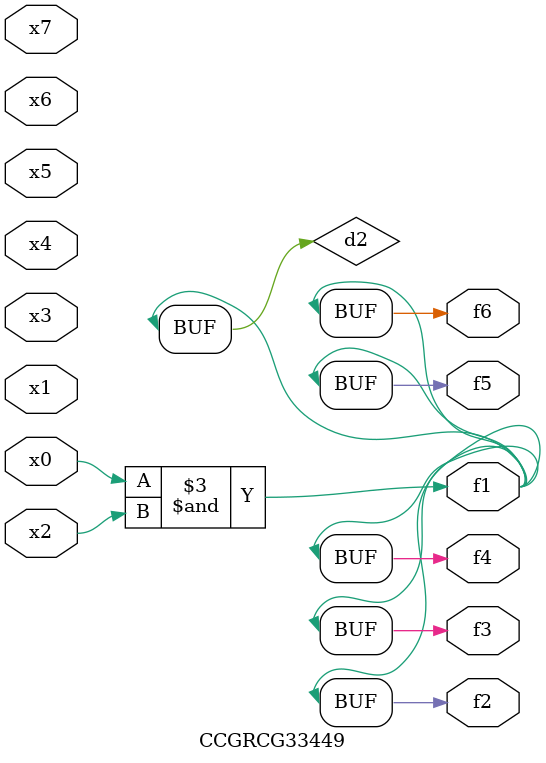
<source format=v>
module CCGRCG33449(
	input x0, x1, x2, x3, x4, x5, x6, x7,
	output f1, f2, f3, f4, f5, f6
);

	wire d1, d2;

	nor (d1, x3, x6);
	and (d2, x0, x2);
	assign f1 = d2;
	assign f2 = d2;
	assign f3 = d2;
	assign f4 = d2;
	assign f5 = d2;
	assign f6 = d2;
endmodule

</source>
